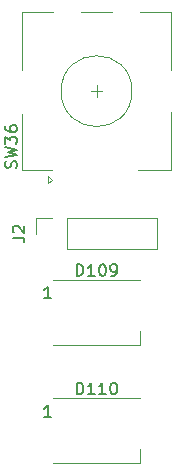
<source format=gbr>
%TF.GenerationSoftware,KiCad,Pcbnew,(6.0.4)*%
%TF.CreationDate,2022-05-08T12:30:25-05:00*%
%TF.ProjectId,LeChiffre-HE,4c654368-6966-4667-9265-2d48452e6b69,rev?*%
%TF.SameCoordinates,Original*%
%TF.FileFunction,Legend,Top*%
%TF.FilePolarity,Positive*%
%FSLAX46Y46*%
G04 Gerber Fmt 4.6, Leading zero omitted, Abs format (unit mm)*
G04 Created by KiCad (PCBNEW (6.0.4)) date 2022-05-08 12:30:25*
%MOMM*%
%LPD*%
G01*
G04 APERTURE LIST*
%ADD10C,0.150000*%
%ADD11C,0.120000*%
G04 APERTURE END LIST*
D10*
X130947380Y-72333333D02*
X131661666Y-72333333D01*
X131804523Y-72380952D01*
X131899761Y-72476190D01*
X131947380Y-72619047D01*
X131947380Y-72714285D01*
X131042619Y-71904761D02*
X130995000Y-71857142D01*
X130947380Y-71761904D01*
X130947380Y-71523809D01*
X130995000Y-71428571D01*
X131042619Y-71380952D01*
X131137857Y-71333333D01*
X131233095Y-71333333D01*
X131375952Y-71380952D01*
X131947380Y-71952380D01*
X131947380Y-71333333D01*
X131269761Y-66449523D02*
X131317380Y-66306666D01*
X131317380Y-66068571D01*
X131269761Y-65973333D01*
X131222142Y-65925714D01*
X131126904Y-65878095D01*
X131031666Y-65878095D01*
X130936428Y-65925714D01*
X130888809Y-65973333D01*
X130841190Y-66068571D01*
X130793571Y-66259047D01*
X130745952Y-66354285D01*
X130698333Y-66401904D01*
X130603095Y-66449523D01*
X130507857Y-66449523D01*
X130412619Y-66401904D01*
X130365000Y-66354285D01*
X130317380Y-66259047D01*
X130317380Y-66020952D01*
X130365000Y-65878095D01*
X130317380Y-65544761D02*
X131317380Y-65306666D01*
X130603095Y-65116190D01*
X131317380Y-64925714D01*
X130317380Y-64687619D01*
X130317380Y-64401904D02*
X130317380Y-63782857D01*
X130698333Y-64116190D01*
X130698333Y-63973333D01*
X130745952Y-63878095D01*
X130793571Y-63830476D01*
X130888809Y-63782857D01*
X131126904Y-63782857D01*
X131222142Y-63830476D01*
X131269761Y-63878095D01*
X131317380Y-63973333D01*
X131317380Y-64259047D01*
X131269761Y-64354285D01*
X131222142Y-64401904D01*
X130317380Y-62925714D02*
X130317380Y-63116190D01*
X130365000Y-63211428D01*
X130412619Y-63259047D01*
X130555476Y-63354285D01*
X130745952Y-63401904D01*
X131126904Y-63401904D01*
X131222142Y-63354285D01*
X131269761Y-63306666D01*
X131317380Y-63211428D01*
X131317380Y-63020952D01*
X131269761Y-62925714D01*
X131222142Y-62878095D01*
X131126904Y-62830476D01*
X130888809Y-62830476D01*
X130793571Y-62878095D01*
X130745952Y-62925714D01*
X130698333Y-63020952D01*
X130698333Y-63211428D01*
X130745952Y-63306666D01*
X130793571Y-63354285D01*
X130888809Y-63401904D01*
X136374523Y-75592380D02*
X136374523Y-74592380D01*
X136612619Y-74592380D01*
X136755476Y-74640000D01*
X136850714Y-74735238D01*
X136898333Y-74830476D01*
X136945952Y-75020952D01*
X136945952Y-75163809D01*
X136898333Y-75354285D01*
X136850714Y-75449523D01*
X136755476Y-75544761D01*
X136612619Y-75592380D01*
X136374523Y-75592380D01*
X137898333Y-75592380D02*
X137326904Y-75592380D01*
X137612619Y-75592380D02*
X137612619Y-74592380D01*
X137517380Y-74735238D01*
X137422142Y-74830476D01*
X137326904Y-74878095D01*
X138517380Y-74592380D02*
X138612619Y-74592380D01*
X138707857Y-74640000D01*
X138755476Y-74687619D01*
X138803095Y-74782857D01*
X138850714Y-74973333D01*
X138850714Y-75211428D01*
X138803095Y-75401904D01*
X138755476Y-75497142D01*
X138707857Y-75544761D01*
X138612619Y-75592380D01*
X138517380Y-75592380D01*
X138422142Y-75544761D01*
X138374523Y-75497142D01*
X138326904Y-75401904D01*
X138279285Y-75211428D01*
X138279285Y-74973333D01*
X138326904Y-74782857D01*
X138374523Y-74687619D01*
X138422142Y-74640000D01*
X138517380Y-74592380D01*
X139326904Y-75592380D02*
X139517380Y-75592380D01*
X139612619Y-75544761D01*
X139660238Y-75497142D01*
X139755476Y-75354285D01*
X139803095Y-75163809D01*
X139803095Y-74782857D01*
X139755476Y-74687619D01*
X139707857Y-74640000D01*
X139612619Y-74592380D01*
X139422142Y-74592380D01*
X139326904Y-74640000D01*
X139279285Y-74687619D01*
X139231666Y-74782857D01*
X139231666Y-75020952D01*
X139279285Y-75116190D01*
X139326904Y-75163809D01*
X139422142Y-75211428D01*
X139612619Y-75211428D01*
X139707857Y-75163809D01*
X139755476Y-75116190D01*
X139803095Y-75020952D01*
X134200714Y-77492380D02*
X133629285Y-77492380D01*
X133915000Y-77492380D02*
X133915000Y-76492380D01*
X133819761Y-76635238D01*
X133724523Y-76730476D01*
X133629285Y-76778095D01*
X136374523Y-85622380D02*
X136374523Y-84622380D01*
X136612619Y-84622380D01*
X136755476Y-84670000D01*
X136850714Y-84765238D01*
X136898333Y-84860476D01*
X136945952Y-85050952D01*
X136945952Y-85193809D01*
X136898333Y-85384285D01*
X136850714Y-85479523D01*
X136755476Y-85574761D01*
X136612619Y-85622380D01*
X136374523Y-85622380D01*
X137898333Y-85622380D02*
X137326904Y-85622380D01*
X137612619Y-85622380D02*
X137612619Y-84622380D01*
X137517380Y-84765238D01*
X137422142Y-84860476D01*
X137326904Y-84908095D01*
X138850714Y-85622380D02*
X138279285Y-85622380D01*
X138565000Y-85622380D02*
X138565000Y-84622380D01*
X138469761Y-84765238D01*
X138374523Y-84860476D01*
X138279285Y-84908095D01*
X139469761Y-84622380D02*
X139565000Y-84622380D01*
X139660238Y-84670000D01*
X139707857Y-84717619D01*
X139755476Y-84812857D01*
X139803095Y-85003333D01*
X139803095Y-85241428D01*
X139755476Y-85431904D01*
X139707857Y-85527142D01*
X139660238Y-85574761D01*
X139565000Y-85622380D01*
X139469761Y-85622380D01*
X139374523Y-85574761D01*
X139326904Y-85527142D01*
X139279285Y-85431904D01*
X139231666Y-85241428D01*
X139231666Y-85003333D01*
X139279285Y-84812857D01*
X139326904Y-84717619D01*
X139374523Y-84670000D01*
X139469761Y-84622380D01*
X134200714Y-87522380D02*
X133629285Y-87522380D01*
X133915000Y-87522380D02*
X133915000Y-86522380D01*
X133819761Y-86665238D01*
X133724523Y-86760476D01*
X133629285Y-86808095D01*
D11*
X135535000Y-73330000D02*
X135535000Y-70670000D01*
X132935000Y-70670000D02*
X134265000Y-70670000D01*
X132935000Y-72000000D02*
X132935000Y-70670000D01*
X135535000Y-73330000D02*
X143215000Y-73330000D01*
X143215000Y-73330000D02*
X143215000Y-70670000D01*
X135535000Y-70670000D02*
X143215000Y-70670000D01*
X131765000Y-66640000D02*
X134265000Y-66640000D01*
X131765000Y-53240000D02*
X134365000Y-53240000D01*
X144365000Y-66640000D02*
X141565000Y-66640000D01*
X133965000Y-67140000D02*
X134265000Y-67440000D01*
X133965000Y-67740000D02*
X133965000Y-67140000D01*
X134265000Y-67440000D02*
X133965000Y-67740000D01*
X136765000Y-53240000D02*
X139365000Y-53240000D01*
X138065000Y-60440000D02*
X138065000Y-59440000D01*
X137565000Y-59940000D02*
X138565000Y-59940000D01*
X144365000Y-61740000D02*
X144365000Y-66640000D01*
X141765000Y-53240000D02*
X144365000Y-53240000D01*
X131765000Y-61840000D02*
X131765000Y-66640000D01*
X131765000Y-58140000D02*
X131765000Y-53240000D01*
X144365000Y-53240000D02*
X144365000Y-58140000D01*
X141065000Y-59940000D02*
G75*
G03*
X141065000Y-59940000I-3000000J0D01*
G01*
X134415000Y-75890000D02*
X141715000Y-75890000D01*
X134415000Y-81390000D02*
X141715000Y-81390000D01*
X141715000Y-81390000D02*
X141715000Y-80240000D01*
X141715000Y-91420000D02*
X141715000Y-90270000D01*
X134415000Y-85920000D02*
X141715000Y-85920000D01*
X134415000Y-91420000D02*
X141715000Y-91420000D01*
M02*

</source>
